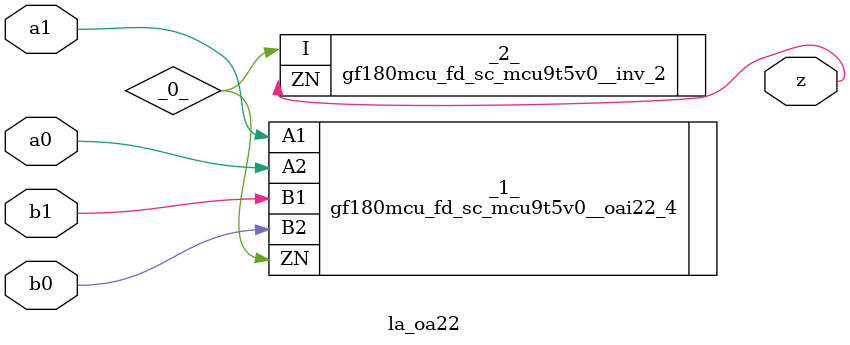
<source format=v>
/* Generated by Yosys 0.37 (git sha1 a5c7f69ed, clang 14.0.0-1ubuntu1.1 -fPIC -Os) */

module la_oa22(a0, a1, b0, b1, z);
  wire _0_;
  input a0;
  wire a0;
  input a1;
  wire a1;
  input b0;
  wire b0;
  input b1;
  wire b1;
  output z;
  wire z;
  gf180mcu_fd_sc_mcu9t5v0__oai22_4 _1_ (
    .A1(a1),
    .A2(a0),
    .B1(b1),
    .B2(b0),
    .ZN(_0_)
  );
  gf180mcu_fd_sc_mcu9t5v0__inv_2 _2_ (
    .I(_0_),
    .ZN(z)
  );
endmodule

</source>
